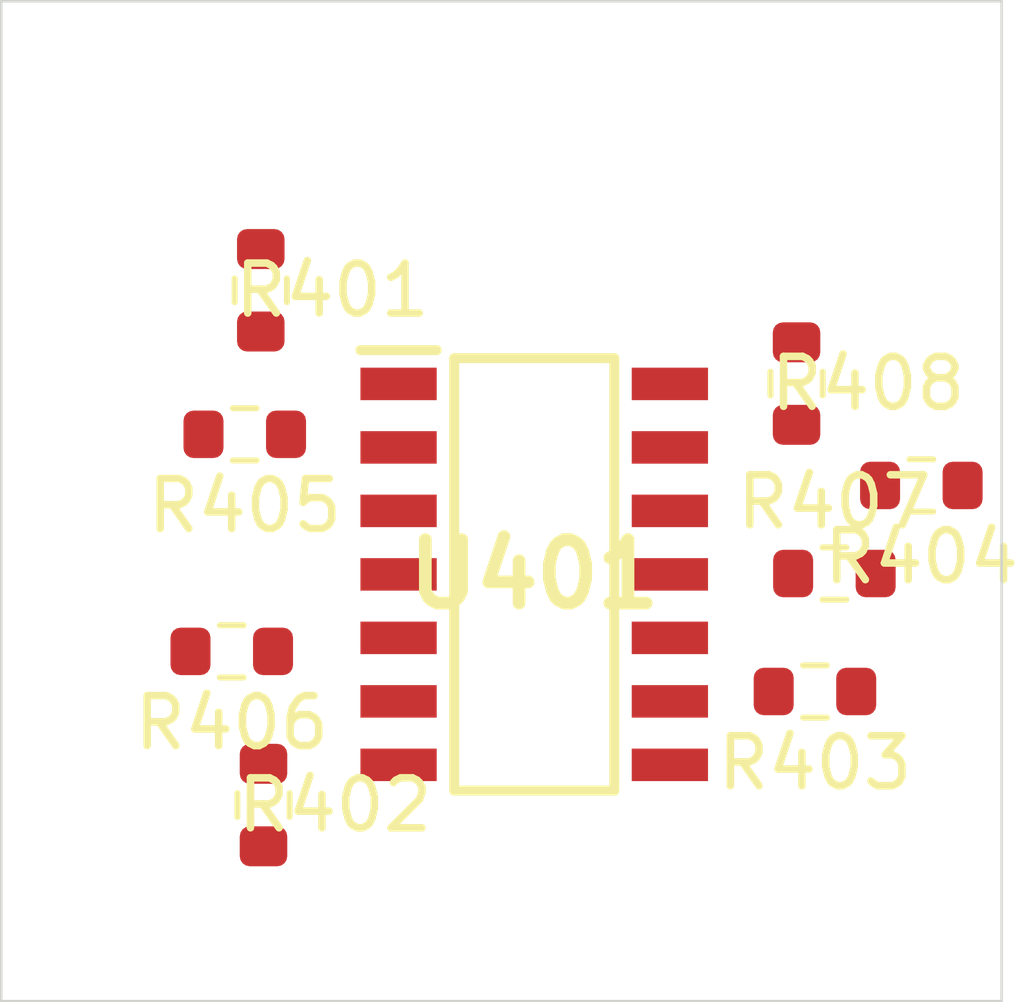
<source format=kicad_pcb>
 ( kicad_pcb  ( version 20171130 )
 ( host pcbnew 5.1.12-84ad8e8a86~92~ubuntu18.04.1 )
 ( general  ( thickness 1.6 )
 ( drawings 4 )
 ( tracks 0 )
 ( zones 0 )
 ( modules 9 )
 ( nets 14 )
)
 ( page A4 )
 ( layers  ( 0 F.Cu signal )
 ( 31 B.Cu signal )
 ( 32 B.Adhes user )
 ( 33 F.Adhes user )
 ( 34 B.Paste user )
 ( 35 F.Paste user )
 ( 36 B.SilkS user )
 ( 37 F.SilkS user )
 ( 38 B.Mask user )
 ( 39 F.Mask user )
 ( 40 Dwgs.User user )
 ( 41 Cmts.User user )
 ( 42 Eco1.User user )
 ( 43 Eco2.User user )
 ( 44 Edge.Cuts user )
 ( 45 Margin user )
 ( 46 B.CrtYd user )
 ( 47 F.CrtYd user )
 ( 48 B.Fab user )
 ( 49 F.Fab user )
)
 ( setup  ( last_trace_width 0.25 )
 ( trace_clearance 0.2 )
 ( zone_clearance 0.508 )
 ( zone_45_only no )
 ( trace_min 0.2 )
 ( via_size 0.8 )
 ( via_drill 0.4 )
 ( via_min_size 0.4 )
 ( via_min_drill 0.3 )
 ( uvia_size 0.3 )
 ( uvia_drill 0.1 )
 ( uvias_allowed no )
 ( uvia_min_size 0.2 )
 ( uvia_min_drill 0.1 )
 ( edge_width 0.05 )
 ( segment_width 0.2 )
 ( pcb_text_width 0.3 )
 ( pcb_text_size 1.5 1.5 )
 ( mod_edge_width 0.12 )
 ( mod_text_size 1 1 )
 ( mod_text_width 0.15 )
 ( pad_size 1.524 1.524 )
 ( pad_drill 0.762 )
 ( pad_to_mask_clearance 0 )
 ( aux_axis_origin 0 0 )
 ( visible_elements FFFFFF7F )
 ( pcbplotparams  ( layerselection 0x010fc_ffffffff )
 ( usegerberextensions false )
 ( usegerberattributes true )
 ( usegerberadvancedattributes true )
 ( creategerberjobfile true )
 ( excludeedgelayer true )
 ( linewidth 0.100000 )
 ( plotframeref false )
 ( viasonmask false )
 ( mode 1 )
 ( useauxorigin false )
 ( hpglpennumber 1 )
 ( hpglpenspeed 20 )
 ( hpglpendiameter 15.000000 )
 ( psnegative false )
 ( psa4output false )
 ( plotreference true )
 ( plotvalue true )
 ( plotinvisibletext false )
 ( padsonsilk false )
 ( subtractmaskfromsilk false )
 ( outputformat 1 )
 ( mirror false )
 ( drillshape 1 )
 ( scaleselection 1 )
 ( outputdirectory "" )
)
)
 ( net 0 "" )
 ( net 1 /Sheet6235D886/vp )
 ( net 2 /Sheet6248AD22/chn0 )
 ( net 3 /Sheet6248AD22/chn1 )
 ( net 4 /Sheet6248AD22/chn2 )
 ( net 5 /Sheet6248AD22/chn3 )
 ( net 6 "Net-(R401-Pad2)" )
 ( net 7 "Net-(R402-Pad2)" )
 ( net 8 "Net-(R403-Pad2)" )
 ( net 9 "Net-(R404-Pad2)" )
 ( net 10 /Sheet6248AD22/chn0_n )
 ( net 11 /Sheet6248AD22/chn1_n )
 ( net 12 /Sheet6248AD22/chn2_n )
 ( net 13 /Sheet6248AD22/chn3_n )
 ( net_class Default "This is the default net class."  ( clearance 0.2 )
 ( trace_width 0.25 )
 ( via_dia 0.8 )
 ( via_drill 0.4 )
 ( uvia_dia 0.3 )
 ( uvia_drill 0.1 )
 ( add_net /Sheet6235D886/vp )
 ( add_net /Sheet6248AD22/chn0 )
 ( add_net /Sheet6248AD22/chn0_n )
 ( add_net /Sheet6248AD22/chn1 )
 ( add_net /Sheet6248AD22/chn1_n )
 ( add_net /Sheet6248AD22/chn2 )
 ( add_net /Sheet6248AD22/chn2_n )
 ( add_net /Sheet6248AD22/chn3 )
 ( add_net /Sheet6248AD22/chn3_n )
 ( add_net "Net-(R401-Pad2)" )
 ( add_net "Net-(R402-Pad2)" )
 ( add_net "Net-(R403-Pad2)" )
 ( add_net "Net-(R404-Pad2)" )
)
 ( module Resistor_SMD:R_0603_1608Metric  ( layer F.Cu )
 ( tedit 5F68FEEE )
 ( tstamp 623425C8 )
 ( at 85.188816 105.781621 270.000000 )
 ( descr "Resistor SMD 0603 (1608 Metric), square (rectangular) end terminal, IPC_7351 nominal, (Body size source: IPC-SM-782 page 72, https://www.pcb-3d.com/wordpress/wp-content/uploads/ipc-sm-782a_amendment_1_and_2.pdf), generated with kicad-footprint-generator" )
 ( tags resistor )
 ( path /6248AD23/6249ADFD )
 ( attr smd )
 ( fp_text reference R401  ( at 0 -1.43 )
 ( layer F.SilkS )
 ( effects  ( font  ( size 1 1 )
 ( thickness 0.15 )
)
)
)
 ( fp_text value 10M  ( at 0 1.43 )
 ( layer F.Fab )
 ( effects  ( font  ( size 1 1 )
 ( thickness 0.15 )
)
)
)
 ( fp_line  ( start -0.8 0.4125 )
 ( end -0.8 -0.4125 )
 ( layer F.Fab )
 ( width 0.1 )
)
 ( fp_line  ( start -0.8 -0.4125 )
 ( end 0.8 -0.4125 )
 ( layer F.Fab )
 ( width 0.1 )
)
 ( fp_line  ( start 0.8 -0.4125 )
 ( end 0.8 0.4125 )
 ( layer F.Fab )
 ( width 0.1 )
)
 ( fp_line  ( start 0.8 0.4125 )
 ( end -0.8 0.4125 )
 ( layer F.Fab )
 ( width 0.1 )
)
 ( fp_line  ( start -0.237258 -0.5225 )
 ( end 0.237258 -0.5225 )
 ( layer F.SilkS )
 ( width 0.12 )
)
 ( fp_line  ( start -0.237258 0.5225 )
 ( end 0.237258 0.5225 )
 ( layer F.SilkS )
 ( width 0.12 )
)
 ( fp_line  ( start -1.48 0.73 )
 ( end -1.48 -0.73 )
 ( layer F.CrtYd )
 ( width 0.05 )
)
 ( fp_line  ( start -1.48 -0.73 )
 ( end 1.48 -0.73 )
 ( layer F.CrtYd )
 ( width 0.05 )
)
 ( fp_line  ( start 1.48 -0.73 )
 ( end 1.48 0.73 )
 ( layer F.CrtYd )
 ( width 0.05 )
)
 ( fp_line  ( start 1.48 0.73 )
 ( end -1.48 0.73 )
 ( layer F.CrtYd )
 ( width 0.05 )
)
 ( fp_text user %R  ( at 0 0 )
 ( layer F.Fab )
 ( effects  ( font  ( size 0.4 0.4 )
 ( thickness 0.06 )
)
)
)
 ( pad 2 smd roundrect  ( at 0.825 0 270.000000 )
 ( size 0.8 0.95 )
 ( layers F.Cu F.Mask F.Paste )
 ( roundrect_rratio 0.25 )
 ( net 6 "Net-(R401-Pad2)" )
)
 ( pad 1 smd roundrect  ( at -0.825 0 270.000000 )
 ( size 0.8 0.95 )
 ( layers F.Cu F.Mask F.Paste )
 ( roundrect_rratio 0.25 )
 ( net 10 /Sheet6248AD22/chn0_n )
)
 ( model ${KISYS3DMOD}/Resistor_SMD.3dshapes/R_0603_1608Metric.wrl  ( at  ( xyz 0 0 0 )
)
 ( scale  ( xyz 1 1 1 )
)
 ( rotate  ( xyz 0 0 0 )
)
)
)
 ( module Resistor_SMD:R_0603_1608Metric  ( layer F.Cu )
 ( tedit 5F68FEEE )
 ( tstamp 623425D9 )
 ( at 85.243113 116.078222 270.000000 )
 ( descr "Resistor SMD 0603 (1608 Metric), square (rectangular) end terminal, IPC_7351 nominal, (Body size source: IPC-SM-782 page 72, https://www.pcb-3d.com/wordpress/wp-content/uploads/ipc-sm-782a_amendment_1_and_2.pdf), generated with kicad-footprint-generator" )
 ( tags resistor )
 ( path /6248AD23/6249B75E )
 ( attr smd )
 ( fp_text reference R402  ( at 0 -1.43 )
 ( layer F.SilkS )
 ( effects  ( font  ( size 1 1 )
 ( thickness 0.15 )
)
)
)
 ( fp_text value 10M  ( at 0 1.43 )
 ( layer F.Fab )
 ( effects  ( font  ( size 1 1 )
 ( thickness 0.15 )
)
)
)
 ( fp_line  ( start 1.48 0.73 )
 ( end -1.48 0.73 )
 ( layer F.CrtYd )
 ( width 0.05 )
)
 ( fp_line  ( start 1.48 -0.73 )
 ( end 1.48 0.73 )
 ( layer F.CrtYd )
 ( width 0.05 )
)
 ( fp_line  ( start -1.48 -0.73 )
 ( end 1.48 -0.73 )
 ( layer F.CrtYd )
 ( width 0.05 )
)
 ( fp_line  ( start -1.48 0.73 )
 ( end -1.48 -0.73 )
 ( layer F.CrtYd )
 ( width 0.05 )
)
 ( fp_line  ( start -0.237258 0.5225 )
 ( end 0.237258 0.5225 )
 ( layer F.SilkS )
 ( width 0.12 )
)
 ( fp_line  ( start -0.237258 -0.5225 )
 ( end 0.237258 -0.5225 )
 ( layer F.SilkS )
 ( width 0.12 )
)
 ( fp_line  ( start 0.8 0.4125 )
 ( end -0.8 0.4125 )
 ( layer F.Fab )
 ( width 0.1 )
)
 ( fp_line  ( start 0.8 -0.4125 )
 ( end 0.8 0.4125 )
 ( layer F.Fab )
 ( width 0.1 )
)
 ( fp_line  ( start -0.8 -0.4125 )
 ( end 0.8 -0.4125 )
 ( layer F.Fab )
 ( width 0.1 )
)
 ( fp_line  ( start -0.8 0.4125 )
 ( end -0.8 -0.4125 )
 ( layer F.Fab )
 ( width 0.1 )
)
 ( fp_text user %R  ( at 0 0 )
 ( layer F.Fab )
 ( effects  ( font  ( size 0.4 0.4 )
 ( thickness 0.06 )
)
)
)
 ( pad 1 smd roundrect  ( at -0.825 0 270.000000 )
 ( size 0.8 0.95 )
 ( layers F.Cu F.Mask F.Paste )
 ( roundrect_rratio 0.25 )
 ( net 11 /Sheet6248AD22/chn1_n )
)
 ( pad 2 smd roundrect  ( at 0.825 0 270.000000 )
 ( size 0.8 0.95 )
 ( layers F.Cu F.Mask F.Paste )
 ( roundrect_rratio 0.25 )
 ( net 7 "Net-(R402-Pad2)" )
)
 ( model ${KISYS3DMOD}/Resistor_SMD.3dshapes/R_0603_1608Metric.wrl  ( at  ( xyz 0 0 0 )
)
 ( scale  ( xyz 1 1 1 )
)
 ( rotate  ( xyz 0 0 0 )
)
)
)
 ( module Resistor_SMD:R_0603_1608Metric  ( layer F.Cu )
 ( tedit 5F68FEEE )
 ( tstamp 623425EA )
 ( at 96.268071 113.806465 180.000000 )
 ( descr "Resistor SMD 0603 (1608 Metric), square (rectangular) end terminal, IPC_7351 nominal, (Body size source: IPC-SM-782 page 72, https://www.pcb-3d.com/wordpress/wp-content/uploads/ipc-sm-782a_amendment_1_and_2.pdf), generated with kicad-footprint-generator" )
 ( tags resistor )
 ( path /6248AD23/6249FB7A )
 ( attr smd )
 ( fp_text reference R403  ( at 0 -1.43 )
 ( layer F.SilkS )
 ( effects  ( font  ( size 1 1 )
 ( thickness 0.15 )
)
)
)
 ( fp_text value 10M  ( at 0 1.43 )
 ( layer F.Fab )
 ( effects  ( font  ( size 1 1 )
 ( thickness 0.15 )
)
)
)
 ( fp_line  ( start 1.48 0.73 )
 ( end -1.48 0.73 )
 ( layer F.CrtYd )
 ( width 0.05 )
)
 ( fp_line  ( start 1.48 -0.73 )
 ( end 1.48 0.73 )
 ( layer F.CrtYd )
 ( width 0.05 )
)
 ( fp_line  ( start -1.48 -0.73 )
 ( end 1.48 -0.73 )
 ( layer F.CrtYd )
 ( width 0.05 )
)
 ( fp_line  ( start -1.48 0.73 )
 ( end -1.48 -0.73 )
 ( layer F.CrtYd )
 ( width 0.05 )
)
 ( fp_line  ( start -0.237258 0.5225 )
 ( end 0.237258 0.5225 )
 ( layer F.SilkS )
 ( width 0.12 )
)
 ( fp_line  ( start -0.237258 -0.5225 )
 ( end 0.237258 -0.5225 )
 ( layer F.SilkS )
 ( width 0.12 )
)
 ( fp_line  ( start 0.8 0.4125 )
 ( end -0.8 0.4125 )
 ( layer F.Fab )
 ( width 0.1 )
)
 ( fp_line  ( start 0.8 -0.4125 )
 ( end 0.8 0.4125 )
 ( layer F.Fab )
 ( width 0.1 )
)
 ( fp_line  ( start -0.8 -0.4125 )
 ( end 0.8 -0.4125 )
 ( layer F.Fab )
 ( width 0.1 )
)
 ( fp_line  ( start -0.8 0.4125 )
 ( end -0.8 -0.4125 )
 ( layer F.Fab )
 ( width 0.1 )
)
 ( fp_text user %R  ( at 0 0 )
 ( layer F.Fab )
 ( effects  ( font  ( size 0.4 0.4 )
 ( thickness 0.06 )
)
)
)
 ( pad 1 smd roundrect  ( at -0.825 0 180.000000 )
 ( size 0.8 0.95 )
 ( layers F.Cu F.Mask F.Paste )
 ( roundrect_rratio 0.25 )
 ( net 12 /Sheet6248AD22/chn2_n )
)
 ( pad 2 smd roundrect  ( at 0.825 0 180.000000 )
 ( size 0.8 0.95 )
 ( layers F.Cu F.Mask F.Paste )
 ( roundrect_rratio 0.25 )
 ( net 8 "Net-(R403-Pad2)" )
)
 ( model ${KISYS3DMOD}/Resistor_SMD.3dshapes/R_0603_1608Metric.wrl  ( at  ( xyz 0 0 0 )
)
 ( scale  ( xyz 1 1 1 )
)
 ( rotate  ( xyz 0 0 0 )
)
)
)
 ( module Resistor_SMD:R_0603_1608Metric  ( layer F.Cu )
 ( tedit 5F68FEEE )
 ( tstamp 623425FB )
 ( at 98.395000 109.684976 180.000000 )
 ( descr "Resistor SMD 0603 (1608 Metric), square (rectangular) end terminal, IPC_7351 nominal, (Body size source: IPC-SM-782 page 72, https://www.pcb-3d.com/wordpress/wp-content/uploads/ipc-sm-782a_amendment_1_and_2.pdf), generated with kicad-footprint-generator" )
 ( tags resistor )
 ( path /6248AD23/6249FB74 )
 ( attr smd )
 ( fp_text reference R404  ( at 0 -1.43 )
 ( layer F.SilkS )
 ( effects  ( font  ( size 1 1 )
 ( thickness 0.15 )
)
)
)
 ( fp_text value 10M  ( at 0 1.43 )
 ( layer F.Fab )
 ( effects  ( font  ( size 1 1 )
 ( thickness 0.15 )
)
)
)
 ( fp_line  ( start -0.8 0.4125 )
 ( end -0.8 -0.4125 )
 ( layer F.Fab )
 ( width 0.1 )
)
 ( fp_line  ( start -0.8 -0.4125 )
 ( end 0.8 -0.4125 )
 ( layer F.Fab )
 ( width 0.1 )
)
 ( fp_line  ( start 0.8 -0.4125 )
 ( end 0.8 0.4125 )
 ( layer F.Fab )
 ( width 0.1 )
)
 ( fp_line  ( start 0.8 0.4125 )
 ( end -0.8 0.4125 )
 ( layer F.Fab )
 ( width 0.1 )
)
 ( fp_line  ( start -0.237258 -0.5225 )
 ( end 0.237258 -0.5225 )
 ( layer F.SilkS )
 ( width 0.12 )
)
 ( fp_line  ( start -0.237258 0.5225 )
 ( end 0.237258 0.5225 )
 ( layer F.SilkS )
 ( width 0.12 )
)
 ( fp_line  ( start -1.48 0.73 )
 ( end -1.48 -0.73 )
 ( layer F.CrtYd )
 ( width 0.05 )
)
 ( fp_line  ( start -1.48 -0.73 )
 ( end 1.48 -0.73 )
 ( layer F.CrtYd )
 ( width 0.05 )
)
 ( fp_line  ( start 1.48 -0.73 )
 ( end 1.48 0.73 )
 ( layer F.CrtYd )
 ( width 0.05 )
)
 ( fp_line  ( start 1.48 0.73 )
 ( end -1.48 0.73 )
 ( layer F.CrtYd )
 ( width 0.05 )
)
 ( fp_text user %R  ( at 0 0 )
 ( layer F.Fab )
 ( effects  ( font  ( size 0.4 0.4 )
 ( thickness 0.06 )
)
)
)
 ( pad 2 smd roundrect  ( at 0.825 0 180.000000 )
 ( size 0.8 0.95 )
 ( layers F.Cu F.Mask F.Paste )
 ( roundrect_rratio 0.25 )
 ( net 9 "Net-(R404-Pad2)" )
)
 ( pad 1 smd roundrect  ( at -0.825 0 180.000000 )
 ( size 0.8 0.95 )
 ( layers F.Cu F.Mask F.Paste )
 ( roundrect_rratio 0.25 )
 ( net 13 /Sheet6248AD22/chn3_n )
)
 ( model ${KISYS3DMOD}/Resistor_SMD.3dshapes/R_0603_1608Metric.wrl  ( at  ( xyz 0 0 0 )
)
 ( scale  ( xyz 1 1 1 )
)
 ( rotate  ( xyz 0 0 0 )
)
)
)
 ( module Resistor_SMD:R_0603_1608Metric  ( layer F.Cu )
 ( tedit 5F68FEEE )
 ( tstamp 6234260C )
 ( at 84.868380 108.662193 180.000000 )
 ( descr "Resistor SMD 0603 (1608 Metric), square (rectangular) end terminal, IPC_7351 nominal, (Body size source: IPC-SM-782 page 72, https://www.pcb-3d.com/wordpress/wp-content/uploads/ipc-sm-782a_amendment_1_and_2.pdf), generated with kicad-footprint-generator" )
 ( tags resistor )
 ( path /6248AD23/62497F62 )
 ( attr smd )
 ( fp_text reference R405  ( at 0 -1.43 )
 ( layer F.SilkS )
 ( effects  ( font  ( size 1 1 )
 ( thickness 0.15 )
)
)
)
 ( fp_text value 750k  ( at 0 1.43 )
 ( layer F.Fab )
 ( effects  ( font  ( size 1 1 )
 ( thickness 0.15 )
)
)
)
 ( fp_line  ( start -0.8 0.4125 )
 ( end -0.8 -0.4125 )
 ( layer F.Fab )
 ( width 0.1 )
)
 ( fp_line  ( start -0.8 -0.4125 )
 ( end 0.8 -0.4125 )
 ( layer F.Fab )
 ( width 0.1 )
)
 ( fp_line  ( start 0.8 -0.4125 )
 ( end 0.8 0.4125 )
 ( layer F.Fab )
 ( width 0.1 )
)
 ( fp_line  ( start 0.8 0.4125 )
 ( end -0.8 0.4125 )
 ( layer F.Fab )
 ( width 0.1 )
)
 ( fp_line  ( start -0.237258 -0.5225 )
 ( end 0.237258 -0.5225 )
 ( layer F.SilkS )
 ( width 0.12 )
)
 ( fp_line  ( start -0.237258 0.5225 )
 ( end 0.237258 0.5225 )
 ( layer F.SilkS )
 ( width 0.12 )
)
 ( fp_line  ( start -1.48 0.73 )
 ( end -1.48 -0.73 )
 ( layer F.CrtYd )
 ( width 0.05 )
)
 ( fp_line  ( start -1.48 -0.73 )
 ( end 1.48 -0.73 )
 ( layer F.CrtYd )
 ( width 0.05 )
)
 ( fp_line  ( start 1.48 -0.73 )
 ( end 1.48 0.73 )
 ( layer F.CrtYd )
 ( width 0.05 )
)
 ( fp_line  ( start 1.48 0.73 )
 ( end -1.48 0.73 )
 ( layer F.CrtYd )
 ( width 0.05 )
)
 ( fp_text user %R  ( at 0 0 )
 ( layer F.Fab )
 ( effects  ( font  ( size 0.4 0.4 )
 ( thickness 0.06 )
)
)
)
 ( pad 2 smd roundrect  ( at 0.825 0 180.000000 )
 ( size 0.8 0.95 )
 ( layers F.Cu F.Mask F.Paste )
 ( roundrect_rratio 0.25 )
 ( net 6 "Net-(R401-Pad2)" )
)
 ( pad 1 smd roundrect  ( at -0.825 0 180.000000 )
 ( size 0.8 0.95 )
 ( layers F.Cu F.Mask F.Paste )
 ( roundrect_rratio 0.25 )
 ( net 1 /Sheet6235D886/vp )
)
 ( model ${KISYS3DMOD}/Resistor_SMD.3dshapes/R_0603_1608Metric.wrl  ( at  ( xyz 0 0 0 )
)
 ( scale  ( xyz 1 1 1 )
)
 ( rotate  ( xyz 0 0 0 )
)
)
)
 ( module Resistor_SMD:R_0603_1608Metric  ( layer F.Cu )
 ( tedit 5F68FEEE )
 ( tstamp 6234261D )
 ( at 84.608526 113.004327 180.000000 )
 ( descr "Resistor SMD 0603 (1608 Metric), square (rectangular) end terminal, IPC_7351 nominal, (Body size source: IPC-SM-782 page 72, https://www.pcb-3d.com/wordpress/wp-content/uploads/ipc-sm-782a_amendment_1_and_2.pdf), generated with kicad-footprint-generator" )
 ( tags resistor )
 ( path /6248AD23/62499098 )
 ( attr smd )
 ( fp_text reference R406  ( at 0 -1.43 )
 ( layer F.SilkS )
 ( effects  ( font  ( size 1 1 )
 ( thickness 0.15 )
)
)
)
 ( fp_text value 750k  ( at 0 1.43 )
 ( layer F.Fab )
 ( effects  ( font  ( size 1 1 )
 ( thickness 0.15 )
)
)
)
 ( fp_line  ( start 1.48 0.73 )
 ( end -1.48 0.73 )
 ( layer F.CrtYd )
 ( width 0.05 )
)
 ( fp_line  ( start 1.48 -0.73 )
 ( end 1.48 0.73 )
 ( layer F.CrtYd )
 ( width 0.05 )
)
 ( fp_line  ( start -1.48 -0.73 )
 ( end 1.48 -0.73 )
 ( layer F.CrtYd )
 ( width 0.05 )
)
 ( fp_line  ( start -1.48 0.73 )
 ( end -1.48 -0.73 )
 ( layer F.CrtYd )
 ( width 0.05 )
)
 ( fp_line  ( start -0.237258 0.5225 )
 ( end 0.237258 0.5225 )
 ( layer F.SilkS )
 ( width 0.12 )
)
 ( fp_line  ( start -0.237258 -0.5225 )
 ( end 0.237258 -0.5225 )
 ( layer F.SilkS )
 ( width 0.12 )
)
 ( fp_line  ( start 0.8 0.4125 )
 ( end -0.8 0.4125 )
 ( layer F.Fab )
 ( width 0.1 )
)
 ( fp_line  ( start 0.8 -0.4125 )
 ( end 0.8 0.4125 )
 ( layer F.Fab )
 ( width 0.1 )
)
 ( fp_line  ( start -0.8 -0.4125 )
 ( end 0.8 -0.4125 )
 ( layer F.Fab )
 ( width 0.1 )
)
 ( fp_line  ( start -0.8 0.4125 )
 ( end -0.8 -0.4125 )
 ( layer F.Fab )
 ( width 0.1 )
)
 ( fp_text user %R  ( at 0 0 )
 ( layer F.Fab )
 ( effects  ( font  ( size 0.4 0.4 )
 ( thickness 0.06 )
)
)
)
 ( pad 1 smd roundrect  ( at -0.825 0 180.000000 )
 ( size 0.8 0.95 )
 ( layers F.Cu F.Mask F.Paste )
 ( roundrect_rratio 0.25 )
 ( net 1 /Sheet6235D886/vp )
)
 ( pad 2 smd roundrect  ( at 0.825 0 180.000000 )
 ( size 0.8 0.95 )
 ( layers F.Cu F.Mask F.Paste )
 ( roundrect_rratio 0.25 )
 ( net 7 "Net-(R402-Pad2)" )
)
 ( model ${KISYS3DMOD}/Resistor_SMD.3dshapes/R_0603_1608Metric.wrl  ( at  ( xyz 0 0 0 )
)
 ( scale  ( xyz 1 1 1 )
)
 ( rotate  ( xyz 0 0 0 )
)
)
)
 ( module Resistor_SMD:R_0603_1608Metric  ( layer F.Cu )
 ( tedit 5F68FEEE )
 ( tstamp 6234262E )
 ( at 96.656475 111.446756 )
 ( descr "Resistor SMD 0603 (1608 Metric), square (rectangular) end terminal, IPC_7351 nominal, (Body size source: IPC-SM-782 page 72, https://www.pcb-3d.com/wordpress/wp-content/uploads/ipc-sm-782a_amendment_1_and_2.pdf), generated with kicad-footprint-generator" )
 ( tags resistor )
 ( path /6248AD23/624A0FFB )
 ( attr smd )
 ( fp_text reference R407  ( at 0 -1.43 )
 ( layer F.SilkS )
 ( effects  ( font  ( size 1 1 )
 ( thickness 0.15 )
)
)
)
 ( fp_text value 1.5M  ( at 0 1.43 )
 ( layer F.Fab )
 ( effects  ( font  ( size 1 1 )
 ( thickness 0.15 )
)
)
)
 ( fp_line  ( start 1.48 0.73 )
 ( end -1.48 0.73 )
 ( layer F.CrtYd )
 ( width 0.05 )
)
 ( fp_line  ( start 1.48 -0.73 )
 ( end 1.48 0.73 )
 ( layer F.CrtYd )
 ( width 0.05 )
)
 ( fp_line  ( start -1.48 -0.73 )
 ( end 1.48 -0.73 )
 ( layer F.CrtYd )
 ( width 0.05 )
)
 ( fp_line  ( start -1.48 0.73 )
 ( end -1.48 -0.73 )
 ( layer F.CrtYd )
 ( width 0.05 )
)
 ( fp_line  ( start -0.237258 0.5225 )
 ( end 0.237258 0.5225 )
 ( layer F.SilkS )
 ( width 0.12 )
)
 ( fp_line  ( start -0.237258 -0.5225 )
 ( end 0.237258 -0.5225 )
 ( layer F.SilkS )
 ( width 0.12 )
)
 ( fp_line  ( start 0.8 0.4125 )
 ( end -0.8 0.4125 )
 ( layer F.Fab )
 ( width 0.1 )
)
 ( fp_line  ( start 0.8 -0.4125 )
 ( end 0.8 0.4125 )
 ( layer F.Fab )
 ( width 0.1 )
)
 ( fp_line  ( start -0.8 -0.4125 )
 ( end 0.8 -0.4125 )
 ( layer F.Fab )
 ( width 0.1 )
)
 ( fp_line  ( start -0.8 0.4125 )
 ( end -0.8 -0.4125 )
 ( layer F.Fab )
 ( width 0.1 )
)
 ( fp_text user %R  ( at 0 0 )
 ( layer F.Fab )
 ( effects  ( font  ( size 0.4 0.4 )
 ( thickness 0.06 )
)
)
)
 ( pad 1 smd roundrect  ( at -0.825 0 )
 ( size 0.8 0.95 )
 ( layers F.Cu F.Mask F.Paste )
 ( roundrect_rratio 0.25 )
 ( net 1 /Sheet6235D886/vp )
)
 ( pad 2 smd roundrect  ( at 0.825 0 )
 ( size 0.8 0.95 )
 ( layers F.Cu F.Mask F.Paste )
 ( roundrect_rratio 0.25 )
 ( net 8 "Net-(R403-Pad2)" )
)
 ( model ${KISYS3DMOD}/Resistor_SMD.3dshapes/R_0603_1608Metric.wrl  ( at  ( xyz 0 0 0 )
)
 ( scale  ( xyz 1 1 1 )
)
 ( rotate  ( xyz 0 0 0 )
)
)
)
 ( module Resistor_SMD:R_0603_1608Metric  ( layer F.Cu )
 ( tedit 5F68FEEE )
 ( tstamp 6234263F )
 ( at 95.900168 107.647648 270.000000 )
 ( descr "Resistor SMD 0603 (1608 Metric), square (rectangular) end terminal, IPC_7351 nominal, (Body size source: IPC-SM-782 page 72, https://www.pcb-3d.com/wordpress/wp-content/uploads/ipc-sm-782a_amendment_1_and_2.pdf), generated with kicad-footprint-generator" )
 ( tags resistor )
 ( path /6248AD23/624A093C )
 ( attr smd )
 ( fp_text reference R408  ( at 0 -1.43 )
 ( layer F.SilkS )
 ( effects  ( font  ( size 1 1 )
 ( thickness 0.15 )
)
)
)
 ( fp_text value 1.5M  ( at 0 1.43 )
 ( layer F.Fab )
 ( effects  ( font  ( size 1 1 )
 ( thickness 0.15 )
)
)
)
 ( fp_line  ( start -0.8 0.4125 )
 ( end -0.8 -0.4125 )
 ( layer F.Fab )
 ( width 0.1 )
)
 ( fp_line  ( start -0.8 -0.4125 )
 ( end 0.8 -0.4125 )
 ( layer F.Fab )
 ( width 0.1 )
)
 ( fp_line  ( start 0.8 -0.4125 )
 ( end 0.8 0.4125 )
 ( layer F.Fab )
 ( width 0.1 )
)
 ( fp_line  ( start 0.8 0.4125 )
 ( end -0.8 0.4125 )
 ( layer F.Fab )
 ( width 0.1 )
)
 ( fp_line  ( start -0.237258 -0.5225 )
 ( end 0.237258 -0.5225 )
 ( layer F.SilkS )
 ( width 0.12 )
)
 ( fp_line  ( start -0.237258 0.5225 )
 ( end 0.237258 0.5225 )
 ( layer F.SilkS )
 ( width 0.12 )
)
 ( fp_line  ( start -1.48 0.73 )
 ( end -1.48 -0.73 )
 ( layer F.CrtYd )
 ( width 0.05 )
)
 ( fp_line  ( start -1.48 -0.73 )
 ( end 1.48 -0.73 )
 ( layer F.CrtYd )
 ( width 0.05 )
)
 ( fp_line  ( start 1.48 -0.73 )
 ( end 1.48 0.73 )
 ( layer F.CrtYd )
 ( width 0.05 )
)
 ( fp_line  ( start 1.48 0.73 )
 ( end -1.48 0.73 )
 ( layer F.CrtYd )
 ( width 0.05 )
)
 ( fp_text user %R  ( at 0 0 )
 ( layer F.Fab )
 ( effects  ( font  ( size 0.4 0.4 )
 ( thickness 0.06 )
)
)
)
 ( pad 2 smd roundrect  ( at 0.825 0 270.000000 )
 ( size 0.8 0.95 )
 ( layers F.Cu F.Mask F.Paste )
 ( roundrect_rratio 0.25 )
 ( net 9 "Net-(R404-Pad2)" )
)
 ( pad 1 smd roundrect  ( at -0.825 0 270.000000 )
 ( size 0.8 0.95 )
 ( layers F.Cu F.Mask F.Paste )
 ( roundrect_rratio 0.25 )
 ( net 1 /Sheet6235D886/vp )
)
 ( model ${KISYS3DMOD}/Resistor_SMD.3dshapes/R_0603_1608Metric.wrl  ( at  ( xyz 0 0 0 )
)
 ( scale  ( xyz 1 1 1 )
)
 ( rotate  ( xyz 0 0 0 )
)
)
)
 ( module TL074HIDR:SOIC127P600X175-14N locked  ( layer F.Cu )
 ( tedit 62336F37 )
 ( tstamp 62342709 )
 ( at 90.655600 111.464000 )
 ( descr "D (-R-PDSO-G14)" )
 ( tags "Integrated Circuit" )
 ( path /6248AD23/624976B2 )
 ( attr smd )
 ( fp_text reference U401  ( at 0 0 )
 ( layer F.SilkS )
 ( effects  ( font  ( size 1.27 1.27 )
 ( thickness 0.254 )
)
)
)
 ( fp_text value TL074  ( at 0 0 )
 ( layer F.SilkS )
hide  ( effects  ( font  ( size 1.27 1.27 )
 ( thickness 0.254 )
)
)
)
 ( fp_line  ( start -3.725 -4.625 )
 ( end 3.725 -4.625 )
 ( layer Dwgs.User )
 ( width 0.05 )
)
 ( fp_line  ( start 3.725 -4.625 )
 ( end 3.725 4.625 )
 ( layer Dwgs.User )
 ( width 0.05 )
)
 ( fp_line  ( start 3.725 4.625 )
 ( end -3.725 4.625 )
 ( layer Dwgs.User )
 ( width 0.05 )
)
 ( fp_line  ( start -3.725 4.625 )
 ( end -3.725 -4.625 )
 ( layer Dwgs.User )
 ( width 0.05 )
)
 ( fp_line  ( start -1.95 -4.325 )
 ( end 1.95 -4.325 )
 ( layer Dwgs.User )
 ( width 0.1 )
)
 ( fp_line  ( start 1.95 -4.325 )
 ( end 1.95 4.325 )
 ( layer Dwgs.User )
 ( width 0.1 )
)
 ( fp_line  ( start 1.95 4.325 )
 ( end -1.95 4.325 )
 ( layer Dwgs.User )
 ( width 0.1 )
)
 ( fp_line  ( start -1.95 4.325 )
 ( end -1.95 -4.325 )
 ( layer Dwgs.User )
 ( width 0.1 )
)
 ( fp_line  ( start -1.95 -3.055 )
 ( end -0.68 -4.325 )
 ( layer Dwgs.User )
 ( width 0.1 )
)
 ( fp_line  ( start -1.6 -4.325 )
 ( end 1.6 -4.325 )
 ( layer F.SilkS )
 ( width 0.2 )
)
 ( fp_line  ( start 1.6 -4.325 )
 ( end 1.6 4.325 )
 ( layer F.SilkS )
 ( width 0.2 )
)
 ( fp_line  ( start 1.6 4.325 )
 ( end -1.6 4.325 )
 ( layer F.SilkS )
 ( width 0.2 )
)
 ( fp_line  ( start -1.6 4.325 )
 ( end -1.6 -4.325 )
 ( layer F.SilkS )
 ( width 0.2 )
)
 ( fp_line  ( start -3.475 -4.485 )
 ( end -1.95 -4.485 )
 ( layer F.SilkS )
 ( width 0.2 )
)
 ( pad 1 smd rect  ( at -2.712 -3.81 90.000000 )
 ( size 0.65 1.525 )
 ( layers F.Cu F.Mask F.Paste )
 ( net 2 /Sheet6248AD22/chn0 )
)
 ( pad 2 smd rect  ( at -2.712 -2.54 90.000000 )
 ( size 0.65 1.525 )
 ( layers F.Cu F.Mask F.Paste )
 ( net 2 /Sheet6248AD22/chn0 )
)
 ( pad 3 smd rect  ( at -2.712 -1.27 90.000000 )
 ( size 0.65 1.525 )
 ( layers F.Cu F.Mask F.Paste )
 ( net 6 "Net-(R401-Pad2)" )
)
 ( pad 4 smd rect  ( at -2.712 0 90.000000 )
 ( size 0.65 1.525 )
 ( layers F.Cu F.Mask F.Paste )
)
 ( pad 5 smd rect  ( at -2.712 1.27 90.000000 )
 ( size 0.65 1.525 )
 ( layers F.Cu F.Mask F.Paste )
 ( net 7 "Net-(R402-Pad2)" )
)
 ( pad 6 smd rect  ( at -2.712 2.54 90.000000 )
 ( size 0.65 1.525 )
 ( layers F.Cu F.Mask F.Paste )
 ( net 3 /Sheet6248AD22/chn1 )
)
 ( pad 7 smd rect  ( at -2.712 3.81 90.000000 )
 ( size 0.65 1.525 )
 ( layers F.Cu F.Mask F.Paste )
 ( net 3 /Sheet6248AD22/chn1 )
)
 ( pad 8 smd rect  ( at 2.712 3.81 90.000000 )
 ( size 0.65 1.525 )
 ( layers F.Cu F.Mask F.Paste )
 ( net 4 /Sheet6248AD22/chn2 )
)
 ( pad 9 smd rect  ( at 2.712 2.54 90.000000 )
 ( size 0.65 1.525 )
 ( layers F.Cu F.Mask F.Paste )
 ( net 4 /Sheet6248AD22/chn2 )
)
 ( pad 10 smd rect  ( at 2.712 1.27 90.000000 )
 ( size 0.65 1.525 )
 ( layers F.Cu F.Mask F.Paste )
 ( net 8 "Net-(R403-Pad2)" )
)
 ( pad 11 smd rect  ( at 2.712 0 90.000000 )
 ( size 0.65 1.525 )
 ( layers F.Cu F.Mask F.Paste )
)
 ( pad 12 smd rect  ( at 2.712 -1.27 90.000000 )
 ( size 0.65 1.525 )
 ( layers F.Cu F.Mask F.Paste )
 ( net 9 "Net-(R404-Pad2)" )
)
 ( pad 13 smd rect  ( at 2.712 -2.54 90.000000 )
 ( size 0.65 1.525 )
 ( layers F.Cu F.Mask F.Paste )
 ( net 5 /Sheet6248AD22/chn3 )
)
 ( pad 14 smd rect  ( at 2.712 -3.81 90.000000 )
 ( size 0.65 1.525 )
 ( layers F.Cu F.Mask F.Paste )
 ( net 5 /Sheet6248AD22/chn3 )
)
)
 ( gr_line  ( start 100 100 )
 ( end 100 120 )
 ( layer Edge.Cuts )
 ( width 0.05 )
 ( tstamp 62E76D2A )
)
 ( gr_line  ( start 80 120 )
 ( end 100 120 )
 ( layer Edge.Cuts )
 ( width 0.05 )
 ( tstamp 62E76D27 )
)
 ( gr_line  ( start 80 100 )
 ( end 80 120 )
 ( layer Edge.Cuts )
 ( width 0.05 )
 ( tstamp 6234110C )
)
 ( gr_line  ( start 80 100 )
 ( end 100 100 )
 ( layer Edge.Cuts )
 ( width 0.05 )
)
)

</source>
